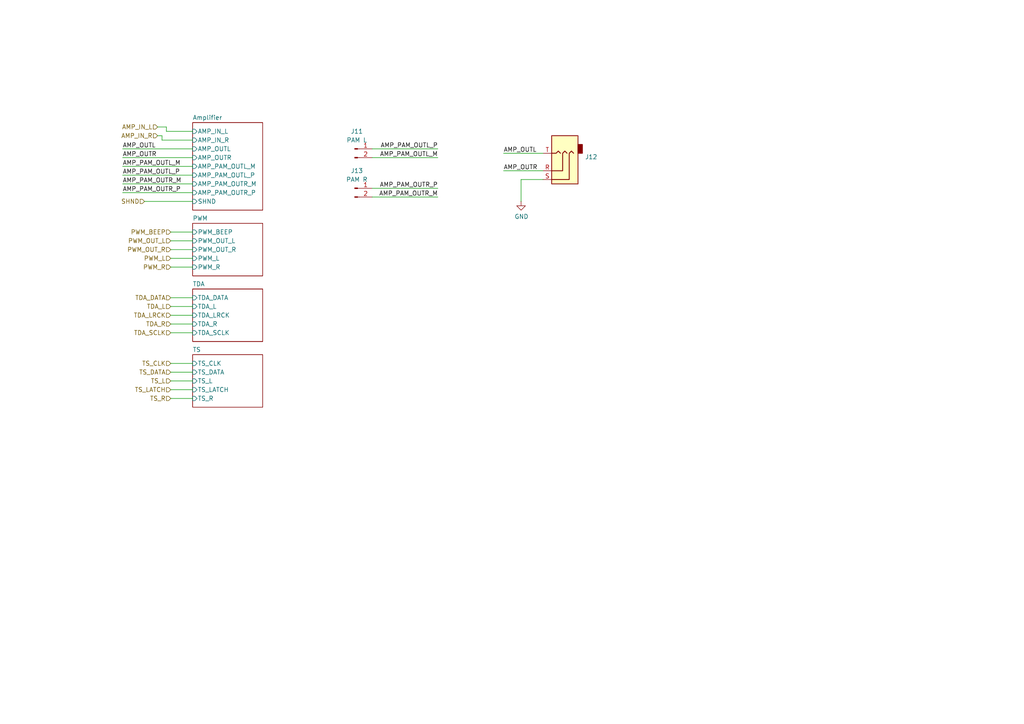
<source format=kicad_sch>
(kicad_sch (version 20250114) (generator "eeschema") (generator_version "9.0")
  (paper "A4")
  (title_block (title "TurboFRANK") (date "2025-03-19") (rev "1.04") (company "Mikhail Matveev") (comment 1 "https://github.com/xtremespb/frank"))
  (lib_symbols
    (symbol "Connector:Conn_01x02_Pin" (pin_names (offset 1.016) (hide yes))
      (property "Reference" "J" (at 0 2.54 0))
      (property "Value" "Conn_01x02_Pin" (at 0 -5.08 0))
      (symbol "Conn_01x02_Pin_1_1"
        (rectangle (start 0.8636 0.127) (end 0 -0.127) (stroke (width 0.1524)) (fill (type outline)))
        (rectangle (start 0.8636 -2.413) (end 0 -2.667) (stroke (width 0.1524)) (fill (type outline)))
        (polyline (pts (xy 1.27 0) (xy 0.8636 0)) (stroke (width 0.1524)))
        (polyline (pts (xy 1.27 -2.54) (xy 0.8636 -2.54)) (stroke (width 0.1524)))
        (pin passive line (at 5.08 0 180) (length 3.81) (name "Pin_1") (number "1"))
        (pin passive line (at 5.08 -2.54 180) (length 3.81) (name "Pin_2") (number "2"))
      )
    )
    (symbol "FRANK:AudioJack_3.5mm"
      (property "Reference" "AJ2" (at -7.1119 -4.0097 0))
      (symbol "AudioJack_3.5mm_0_1"
        (rectangle (start -5.08 -5.08) (end -6.35 -7.62) (stroke (width 0.254)) (fill (type outline)))
        (polyline (pts (xy -1.905 -5.08) (xy -1.27 -5.715) (xy -0.635 -5.08) (xy -0.635 0) (xy 2.54 0)) (stroke (width 0.254)))
        (polyline (pts (xy 0 -5.08) (xy 0.635 -5.715) (xy 1.27 -5.08) (xy 2.54 -5.08)) (stroke (width 0.254)))
        (rectangle (start 2.54 3.81) (end -5.08 -10.16) (stroke (width 0.254)) (fill (type background)))
        (polyline (pts (xy 2.54 2.54) (xy -2.54 2.54) (xy -2.54 -5.08) (xy -3.175 -5.715) (xy -3.81 -5.08)) (stroke (width 0.254)))
      )
      (symbol "AudioJack_3.5mm_1_1"
        (pin passive line (at 5.08 2.54 180) (length 2.54) (name "~") (number "S"))
        (pin passive line (at 5.08 0 180) (length 2.54) (name "~") (number "R"))
        (pin passive line (at 5.08 -5.08 180) (length 2.54) (name "~") (number "T"))
      )
    )
    (symbol "GND_1" (power) (pin_numbers (hide yes)) (pin_names (offset 0) (hide yes))
      (property "Value" "GND" (at 0 -3.81 0))
      (symbol "GND_1_0_1"
        (polyline (pts (xy 0 0) (xy 0 -1.27) (xy 1.27 -1.27) (xy 0 -2.54) (xy -1.27 -1.27) (xy 0 -1.27)))
      )
      (symbol "GND_1_1_1"
        (pin power_in line (at 0 0 270) (length 0) (name "~") (number "1"))
      )
    )
  )
  (wire (pts (xy 49.53 107.95) (xy 55.88 107.95)))
  (wire (pts (xy 146.05 49.53) (xy 157.48 49.53)))
  (wire (pts (xy 49.53 93.98) (xy 55.88 93.98)))
  (wire (pts (xy 46.99 39.37) (xy 46.99 40.64)))
  (wire (pts (xy 107.95 54.61) (xy 127 54.61)))
  (wire (pts (xy 48.26 38.1) (xy 55.88 38.1)))
  (wire (pts (xy 35.56 45.72) (xy 55.88 45.72)))
  (wire (pts (xy 35.56 50.8) (xy 55.88 50.8)))
  (wire (pts (xy 35.56 43.18) (xy 55.88 43.18)))
  (wire (pts (xy 35.56 53.34) (xy 55.88 53.34)))
  (wire (pts (xy 49.53 67.31) (xy 55.88 67.31)))
  (wire (pts (xy 35.56 48.26) (xy 55.88 48.26)))
  (wire (pts (xy 49.53 91.44) (xy 55.88 91.44)))
  (wire (pts (xy 107.95 43.18) (xy 127 43.18)))
  (wire (pts (xy 49.53 115.57) (xy 55.88 115.57)))
  (wire (pts (xy 49.53 105.41) (xy 55.88 105.41)))
  (wire (pts (xy 49.53 77.47) (xy 55.88 77.47)))
  (wire (pts (xy 49.53 88.9) (xy 55.88 88.9)))
  (wire (pts (xy 107.95 45.72) (xy 127 45.72)))
  (wire (pts (xy 49.53 96.52) (xy 55.88 96.52)))
  (wire (pts (xy 48.26 36.83) (xy 48.26 38.1)))
  (wire (pts (xy 146.05 44.45) (xy 157.48 44.45)))
  (wire (pts (xy 157.48 52.07) (xy 151.13 52.07)))
  (wire (pts (xy 49.53 86.36) (xy 55.88 86.36)))
  (wire (pts (xy 49.53 72.39) (xy 55.88 72.39)))
  (wire (pts (xy 45.72 39.37) (xy 46.99 39.37)))
  (wire (pts (xy 45.72 36.83) (xy 48.26 36.83)))
  (wire (pts (xy 41.91 58.42) (xy 55.88 58.42)))
  (wire (pts (xy 46.99 40.64) (xy 55.88 40.64)))
  (wire (pts (xy 49.53 110.49) (xy 55.88 110.49)))
  (wire (pts (xy 151.13 52.07) (xy 151.13 58.42)))
  (wire (pts (xy 49.53 74.93) (xy 55.88 74.93)))
  (wire (pts (xy 49.53 69.85) (xy 55.88 69.85)))
  (wire (pts (xy 49.53 113.03) (xy 55.88 113.03)))
  (wire (pts (xy 107.95 57.15) (xy 127 57.15)))
  (wire (pts (xy 35.56 55.88) (xy 55.88 55.88)))
  (label "AMP_PAM_OUTL_M" (at 35.56 48.26 0))
  (label "AMP_PAM_OUTL_M" (at 127 45.72 180))
  (label "AMP_OUTR" (at 146.05 49.53 0))
  (label "AMP_PAM_OUTR_P" (at 35.56 55.88 0))
  (label "AMP_OUTL" (at 35.56 43.18 0))
  (label "AMP_PAM_OUTR_M" (at 35.56 53.34 0))
  (label "AMP_PAM_OUTR_M" (at 127 57.15 180))
  (label "AMP_PAM_OUTL_P" (at 127 43.18 180))
  (label "AMP_PAM_OUTR_P" (at 127 54.61 180))
  (label "AMP_OUTL" (at 146.05 44.45 0))
  (label "AMP_PAM_OUTL_P" (at 35.56 50.8 0))
  (label "AMP_OUTR" (at 35.56 45.72 0))
  (hierarchical_label "PWM_OUT_R" (shape input) (at 49.53 72.39 180))
  (hierarchical_label "TDA_SCLK" (shape input) (at 49.53 96.52 180))
  (hierarchical_label "TDA_L" (shape input) (at 49.53 88.9 180))
  (hierarchical_label "TS_CLK" (shape input) (at 49.53 105.41 180))
  (hierarchical_label "TDA_DATA" (shape input) (at 49.53 86.36 180))
  (hierarchical_label "TDA_LRCK" (shape input) (at 49.53 91.44 180))
  (hierarchical_label "PWM_OUT_L" (shape input) (at 49.53 69.85 180))
  (hierarchical_label "PWM_R" (shape input) (at 49.53 77.47 180))
  (hierarchical_label "TS_R" (shape input) (at 49.53 115.57 180))
  (hierarchical_label "TS_L" (shape input) (at 49.53 110.49 180))
  (hierarchical_label "AMP_IN_R" (shape input) (at 45.72 39.37 180))
  (hierarchical_label "TS_DATA" (shape input) (at 49.53 107.95 180))
  (hierarchical_label "AMP_IN_L" (shape input) (at 45.72 36.83 180))
  (hierarchical_label "TS_LATCH" (shape input) (at 49.53 113.03 180))
  (hierarchical_label "PWM_BEEP" (shape input) (at 49.53 67.31 180))
  (hierarchical_label "SHND" (shape input) (at 41.91 58.42 180))
  (hierarchical_label "TDA_R" (shape input) (at 49.53 93.98 180))
  (hierarchical_label "PWM_L" (shape input) (at 49.53 74.93 180))
  (symbol (lib_name "GND_1") (lib_id "power:GND") (at 151.13 58.42 0) (unit 1)
    (property "Reference" "#PWR050" (effects (hide yes)))
    (property "Value" "GND" (at 151.257 62.8142 0))
    (property "Description" "Power symbol creates a global label with name \"GND\" , ground" (effects (hide yes)))
  )
  (symbol (lib_id "FRANK:AudioJack_3.5mm") (at 162.56 49.53 180) (unit 1)
    (property "Reference" "J12" (at 169.6719 45.5203 0) (effects (justify right)))
    (property "Footprint" "FRANK:Jack (3.5mm, PJ-320D)" (effects (hide yes)))
  )
  (symbol (lib_id "Connector:Conn_01x02_Pin") (at 102.87 54.61 0) (unit 1)
    (property "Reference" "J13" (at 103.505 49.53 0))
    (property "Value" "PAM R" (at 103.505 52.07 0))
    (property "Footprint" "FRANK:Connector Female ZH 1.50mm (2 pins)" (effects (hide yes)))
    (property "Description" "Generic connector, single row, 01x02, script generated" (effects (hide yes)))
  )
  (symbol (lib_id "Connector:Conn_01x02_Pin") (at 102.87 43.18 0) (unit 1)
    (property "Reference" "J11" (at 103.505 38.1 0))
    (property "Value" "PAM L" (at 103.505 40.64 0))
    (property "Footprint" "FRANK:Connector Female ZH 1.50mm (2 pins)" (effects (hide yes)))
    (property "Description" "Generic connector, single row, 01x02, script generated" (effects (hide yes)))
  )
  (sheet (at 55.88 102.87) (size 20.32 15.24) (stroke (width 0.1524))
    (property "Sheetname" "TS" (at 55.88 102.1584 0) (effects (justify left bottom)))
    (property "Sheetfile" "ts.kicad_sch" (effects (hide yes)))
    (pin "TS_CLK" input (at 55.88 105.41 180))
    (pin "TS_DATA" input (at 55.88 107.95 180))
    (pin "TS_L" input (at 55.88 110.49 180))
    (pin "TS_LATCH" input (at 55.88 113.03 180))
    (pin "TS_R" input (at 55.88 115.57 180))
  )
  (sheet (at 55.88 83.82) (size 20.32 15.24) (stroke (width 0.1524))
    (property "Sheetname" "TDA" (at 55.88 83.1084 0) (effects (justify left bottom)))
    (property "Sheetfile" "tda.kicad_sch" (effects (hide yes)))
    (pin "TDA_DATA" input (at 55.88 86.36 180))
    (pin "TDA_L" input (at 55.88 88.9 180))
    (pin "TDA_LRCK" input (at 55.88 91.44 180))
    (pin "TDA_R" input (at 55.88 93.98 180))
    (pin "TDA_SCLK" input (at 55.88 96.52 180))
  )
  (sheet (at 55.88 35.56) (size 20.32 25.4) (stroke (width 0.1524))
    (property "Sheetname" "Amplifier" (at 55.88 34.8484 0) (effects (justify left bottom)))
    (property "Sheetfile" "amp.kicad_sch" (effects (hide yes)))
    (pin "AMP_IN_L" input (at 55.88 38.1 180))
    (pin "AMP_IN_R" input (at 55.88 40.64 180))
    (pin "AMP_OUTL" input (at 55.88 43.18 180))
    (pin "AMP_OUTR" input (at 55.88 45.72 180))
    (pin "AMP_PAM_OUTL_M" input (at 55.88 48.26 180))
    (pin "AMP_PAM_OUTL_P" input (at 55.88 50.8 180))
    (pin "AMP_PAM_OUTR_M" input (at 55.88 53.34 180))
    (pin "AMP_PAM_OUTR_P" input (at 55.88 55.88 180))
    (pin "SHND" input (at 55.88 58.42 180))
  )
  (sheet (at 55.88 64.77) (size 20.32 15.24) (stroke (width 0.1524))
    (property "Sheetname" "PWM" (at 55.88 64.0584 0) (effects (justify left bottom)))
    (property "Sheetfile" "pwm.kicad_sch" (effects (hide yes)))
    (pin "PWM_L" input (at 55.88 74.93 180))
    (pin "PWM_R" input (at 55.88 77.47 180))
    (pin "PWM_BEEP" input (at 55.88 67.31 180))
    (pin "PWM_OUT_L" input (at 55.88 69.85 180))
    (pin "PWM_OUT_R" input (at 55.88 72.39 180))
  )
)
</source>
